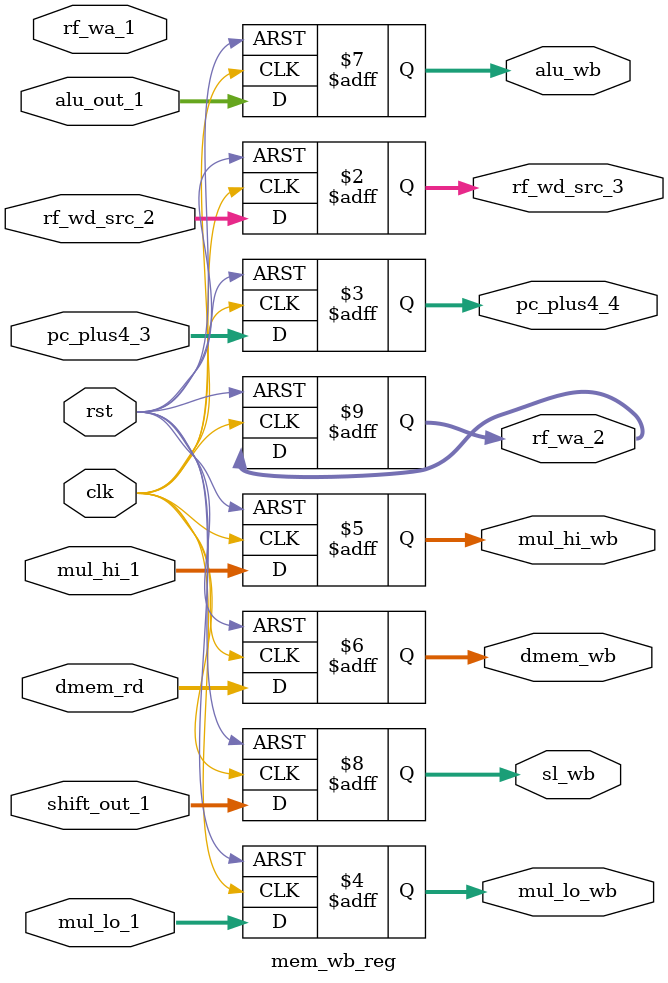
<source format=v>
`timescale 1ns / 1ps

module mem_wb_reg(
        input  wire             clk,
        input  wire             rst,
        input  wire  [2:0]  rf_wd_src_2,
        input  wire  [31:0] pc_plus4_3,
        input  wire  [31:0] mul_lo_1,
        input  wire  [31:0] mul_hi_1,
        input  wire  [31:0] dmem_rd,
        input  wire  [31:0] alu_out_1,
        input  wire  [31:0] shift_out_1,
        input  wire  [4:0] rf_wa_1,      
        output reg   [2:0]  rf_wd_src_3,
        output reg   [31:0] pc_plus4_4,
        output reg   [31:0] mul_lo_wb,
        output reg   [31:0] mul_hi_wb,
        output reg   [31:0] dmem_wb,
        output reg   [31:0] alu_wb,
        output reg   [31:0] sl_wb,
        output reg   [4:0] rf_wa_2           
);

    always @ (posedge clk, posedge rst) begin
        if (rst) begin
            rf_wd_src_3 <= 0;
            pc_plus4_4 <= 0;
            mul_lo_wb <= 0;
            mul_hi_wb <= 0;
            dmem_wb <= 0;
            alu_wb <= 0;
            sl_wb <= 0;
            rf_wa_2 <= 0;
        end
        else begin
            rf_wd_src_3 <= rf_wd_src_2;
            pc_plus4_4 <= pc_plus4_3;
            mul_lo_wb <= mul_lo_1;
            mul_hi_wb <= mul_hi_1;
            dmem_wb <= dmem_rd;
            alu_wb <= alu_out_1;
            sl_wb <= shift_out_1; //beware of 1 and l looking the same
            rf_wa_2 <= rf_wa_2;
        end
    end
endmodule
</source>
